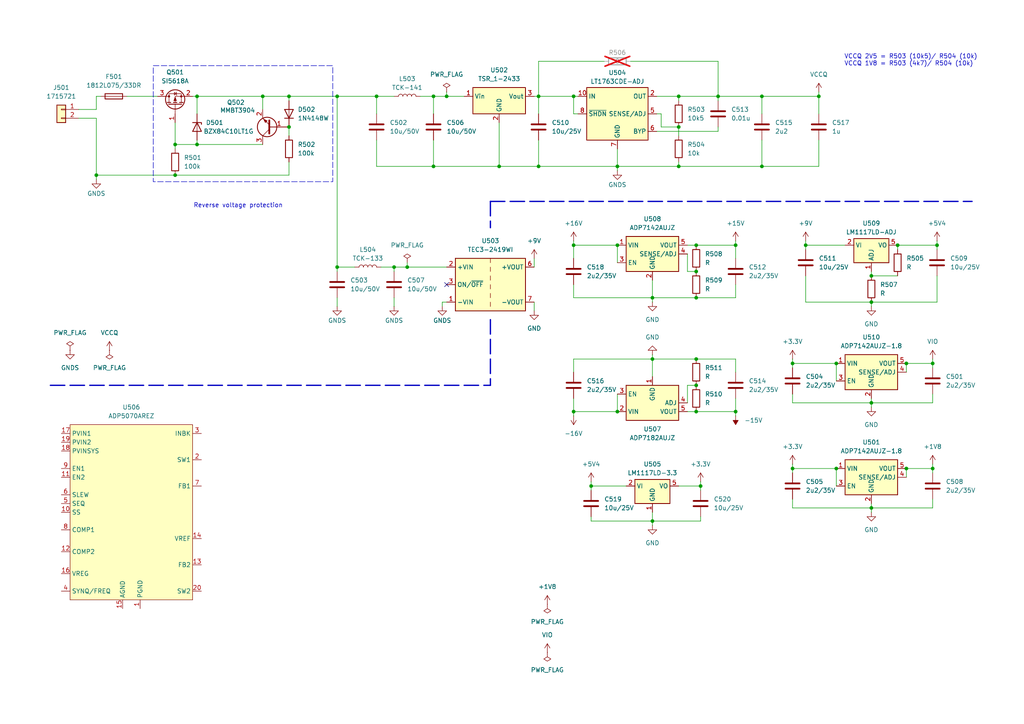
<source format=kicad_sch>
(kicad_sch (version 20231120) (generator "eeschema") (generator_version "8.0")
  (paper "A4")
  (lib_symbols
    (symbol "AD4030:+16V" (power) (pin_numbers hide) (pin_names (offset 0) hide)
      (property "Value" "+16V" (at 0 3.556 0))
      (symbol "+16V_1_1"
        (pin power_in line (at 0 0 90) (length 0) (name "~") (number "1"))
      )
    )
    (symbol "AD4030:+5V4" (power) (pin_numbers hide) (pin_names (offset 0) hide)
      (property "Value" "+5V4" (at 0 3.556 0))
      (symbol "+5V4_1_1"
        (pin power_in line (at 0 0 90) (length 0) (name "~") (number "1"))
      )
    )
    (symbol "AD4030:-16V" (power) (pin_numbers hide) (pin_names (offset 0) hide)
      (property "Value" "-16V" (at 0 3.556 0))
      (symbol "-16V_1_1"
        (pin power_in line (at 0 0 90) (length 0) (name "~") (number "1"))
      )
    )
    (symbol "AD4030:ADP5070AREZ"
      (property "Reference" "U" (at -17.272 26.416 0))
      (property "Value" "ADP5070AREZ" (at 11.176 26.924 0))
      (symbol "ADP5070AREZ_0_0"
        (pin passive line (at 2.54 -27.94 90) (length 2.54) (name "PGND") (number "1"))
        (pin passive line (at -20.32 0 0) (length 2.54) (name "SS") (number "10"))
        (pin passive line (at -20.32 10.16 0) (length 2.54) (name "EN2") (number "11"))
        (pin passive line (at -20.32 -11.43 0) (length 2.54) (name "COMP2") (number "12"))
        (pin passive line (at 20.32 -15.24 180) (length 2.54) (name "FB2") (number "13"))
        (pin passive line (at 20.32 -7.62 180) (length 2.54) (name "VREF") (number "14"))
        (pin passive line (at -2.54 -27.94 90) (length 2.54) (name "AGND") (number "15"))
        (pin passive line (at -20.32 -17.78 0) (length 2.54) (name "VREG") (number "16"))
        (pin passive line (at -20.32 22.86 0) (length 2.54) (name "PVIN1") (number "17"))
        (pin passive line (at -20.32 17.78 0) (length 2.54) (name "PVINSYS") (number "18"))
        (pin passive line (at -20.32 20.32 0) (length 2.54) (name "PVIN2") (number "19"))
        (pin passive line (at 20.32 15.24 180) (length 2.54) (name "SW1") (number "2"))
        (pin passive line (at 20.32 -22.86 180) (length 2.54) (name "SW2") (number "20"))
        (pin passive line (at 20.32 22.86 180) (length 2.54) (name "INBK") (number "3"))
        (pin passive line (at -20.32 -22.86 0) (length 2.54) (name "SYNQ/FREQ") (number "4"))
        (pin passive line (at -20.32 2.54 0) (length 2.54) (name "SEQ") (number "5"))
        (pin passive line (at -20.32 5.08 0) (length 2.54) (name "SLEW") (number "6"))
        (pin passive line (at 20.32 7.62 180) (length 2.54) (name "FB1") (number "7"))
        (pin passive line (at -20.32 -5.08 0) (length 2.54) (name "COMP1") (number "8"))
        (pin passive line (at -20.32 12.7 0) (length 2.54) (name "EN1") (number "9"))
      )
      (symbol "ADP5070AREZ_1_0"
        (pin passive line (at -2.54 -27.94 90) (length 2.54) hide (name "EP") (number "21"))
      )
    )
    (symbol "AD4030:LT1763xDE"
      (property "Reference" "U" (at -7.62 8.89 0))
      (property "Value" "LT1763xDE" (at -3.556 8.89 0))
      (symbol "LT1763xDE_0_0"
        (pin passive line (at -11.43 5.08 0) (length 2.54) (name "IN") (number "10"))
        (pin passive line (at 11.43 5.08 180) (length 2.54) (name "OUT") (number "2"))
        (pin passive line (at 11.43 -5.08 180) (length 2.54) (name "BYP") (number "6"))
        (pin passive line (at 0 -10.16 90) (length 2.54) (name "GND") (number "7"))
        (pin passive line (at -11.43 0 0) (length 2.54) (name "~{SHDN}") (number "8"))
      )
      (symbol "LT1763xDE_1_0"
        (pin no_connect line (at 5.08 -7.62 90) (length 2.54) hide (name "NC") (number "1"))
        (pin passive line (at -11.43 5.08 0) (length 2.54) hide (name "IN") (number "11"))
        (pin no_connect line (at -2.54 -7.62 90) (length 2.54) hide (name "NC") (number "12"))
        (pin passive line (at 0 -10.16 90) (length 2.54) hide (name "GND") (number "13"))
        (pin passive line (at 11.43 5.08 180) (length 2.54) hide (name "OUT") (number "3"))
        (pin no_connect line (at -6.35 -7.62 90) (length 2.54) hide (name "NC") (number "4"))
        (pin passive line (at 11.43 0 180) (length 2.54) (name "SENSE/ADJ") (number "5"))
        (pin no_connect line (at 2.54 -7.62 90) (length 2.54) hide (name "NC") (number "9"))
      )
    )
    (symbol "AD4030:VIO" (power) (pin_numbers hide) (pin_names (offset 0) hide)
      (property "Value" "VIO" (at 0 3.556 0))
      (symbol "VIO_1_1"
        (pin power_in line (at 0 0 90) (length 0) (name "~") (number "1"))
      )
    )
    (symbol "Connector_Generic:Conn_01x02" (pin_names (offset 1.016) hide)
      (property "Reference" "J" (at 0 2.54 0))
      (property "Value" "Conn_01x02" (at 0 -5.08 0))
      (symbol "Conn_01x02_1_1"
        (pin passive line (at -5.08 0 0) (length 3.81) (name "Pin_1") (number "1"))
        (pin passive line (at -5.08 -2.54 0) (length 3.81) (name "Pin_2") (number "2"))
      )
    )
    (symbol "Converter_DCDC:TEC2-2419WI"
      (property "Reference" "U" (at -8.89 8.89 0))
      (property "Value" "TEC2-2419WI" (at 10.16 8.89 0))
      (symbol "TEC2-2419WI_1_1"
        (pin power_in line (at -12.7 -5.08 0) (length 2.54) (name "-VIN") (number "1"))
        (pin power_in line (at -12.7 5.08 0) (length 2.54) (name "+VIN") (number "2"))
        (pin input line (at -12.7 0 0) (length 2.54) (name "ON/~{OFF}") (number "3"))
        (pin no_connect line (at 10.16 2.54 180) (length 2.54) hide (name "NC") (number "5"))
        (pin power_out line (at 12.7 5.08 180) (length 2.54) (name "+VOUT") (number "6"))
        (pin power_out line (at 12.7 -5.08 180) (length 2.54) (name "-VOUT") (number "7"))
        (pin no_connect line (at 10.16 0 180) (length 2.54) hide (name "NC") (number "8"))
      )
    )
    (symbol "Device:C" (pin_numbers hide) (pin_names (offset 0.254))
      (property "Reference" "C" (at 0.635 2.54 0))
      (property "Value" "C" (at 0.635 -2.54 0))
      (symbol "C_1_1"
        (pin passive line (at 0 3.81 270) (length 2.794) (name "~") (number "1"))
        (pin passive line (at 0 -3.81 90) (length 2.794) (name "~") (number "2"))
      )
    )
    (symbol "Device:Fuse" (pin_numbers hide) (pin_names (offset 0))
      (property "Reference" "F" (at 2.032 0 90))
      (property "Value" "Fuse" (at -1.905 0 90))
      (symbol "Fuse_1_1"
        (pin passive line (at 0 3.81 270) (length 1.27) (name "~") (number "1"))
        (pin passive line (at 0 -3.81 90) (length 1.27) (name "~") (number "2"))
      )
    )
    (symbol "Device:L" (pin_numbers hide) (pin_names (offset 1.016) hide)
      (property "Reference" "L" (at -1.27 0 90))
      (property "Value" "L" (at 1.905 0 90))
      (symbol "L_1_1"
        (pin passive line (at 0 3.81 270) (length 1.27) (name "1") (number "1"))
        (pin passive line (at 0 -3.81 90) (length 1.27) (name "2") (number "2"))
      )
    )
    (symbol "Device:Q_PMOS_GSD" (pin_names (offset 0) hide)
      (property "Reference" "Q" (at 5.08 1.27 0))
      (property "Value" "Q_PMOS_GSD" (at 5.08 -1.27 0))
      (symbol "Q_PMOS_GSD_1_1"
        (pin input line (at -5.08 0 0) (length 2.54) (name "G") (number "1"))
        (pin passive line (at 2.54 -5.08 90) (length 2.54) (name "S") (number "2"))
        (pin passive line (at 2.54 5.08 270) (length 2.54) (name "D") (number "3"))
      )
    )
    (symbol "Device:R" (pin_numbers hide) (pin_names (offset 0))
      (property "Reference" "R" (at 2.032 0 90))
      (property "Value" "R" (at 0 0 90))
      (symbol "R_1_1"
        (pin passive line (at 0 3.81 270) (length 1.27) (name "~") (number "1"))
        (pin passive line (at 0 -3.81 90) (length 1.27) (name "~") (number "2"))
      )
    )
    (symbol "Diode:1N4148W" (pin_numbers hide) (pin_names hide)
      (property "Reference" "D" (at 0 2.54 0))
      (property "Value" "1N4148W" (at 0 -2.54 0))
      (symbol "1N4148W_1_1"
        (pin passive line (at -3.81 0 0) (length 2.54) (name "K") (number "1"))
        (pin passive line (at 3.81 0 180) (length 2.54) (name "A") (number "2"))
      )
    )
    (symbol "Diode:BZX84Cxx" (pin_numbers hide) (pin_names hide)
      (property "Reference" "D" (at 0 3.81 0))
      (property "Value" "BZX84Cxx" (at 0 -3.81 0))
      (symbol "BZX84Cxx_1_1"
        (pin passive line (at 3.81 0 180) (length 2.54) (name "A") (number "1"))
        (pin no_connect line (at 1.27 0 180) (length 2.54) hide (name "NC") (number "2"))
        (pin passive line (at -3.81 0 0) (length 2.54) (name "K") (number "3"))
      )
    )
    (symbol "Regulator_Linear:ADP7142AUJZ"
      (property "Reference" "U" (at 0 8.89 0))
      (property "Value" "ADP7142AUJZ" (at 0 6.35 0))
      (symbol "ADP7142AUJZ_1_1"
        (pin power_in line (at -10.16 2.54 0) (length 2.54) (name "VIN") (number "1"))
        (pin power_in line (at 0 -7.62 90) (length 2.54) (name "GND") (number "2"))
        (pin input line (at -10.16 -2.54 0) (length 2.54) (name "EN") (number "3"))
        (pin input line (at 10.16 0 180) (length 2.54) (name "SENSE/ADJ") (number "4"))
        (pin power_out line (at 10.16 2.54 180) (length 2.54) (name "VOUT") (number "5"))
      )
    )
    (symbol "Regulator_Linear:ADP7142AUJZ-1.8"
      (property "Reference" "U" (at 0 8.89 0))
      (property "Value" "ADP7142AUJZ-1.8" (at 0 6.35 0))
      (symbol "ADP7142AUJZ-1.8_1_1"
        (pin power_in line (at -10.16 2.54 0) (length 2.54) (name "VIN") (number "1"))
        (pin power_in line (at 0 -7.62 90) (length 2.54) (name "GND") (number "2"))
        (pin input line (at -10.16 -2.54 0) (length 2.54) (name "EN") (number "3"))
        (pin input line (at 10.16 0 180) (length 2.54) (name "SENSE/ADJ") (number "4"))
        (pin power_out line (at 10.16 2.54 180) (length 2.54) (name "VOUT") (number "5"))
      )
    )
    (symbol "Regulator_Linear:ADP7182AUJZ"
      (property "Reference" "U" (at 0 -7.62 0))
      (property "Value" "ADP7182AUJZ" (at 0 -6.35 0))
      (symbol "ADP7182AUJZ_1_1"
        (pin power_in line (at 0 7.62 270) (length 2.54) (name "GND") (number "1"))
        (pin power_in line (at -10.16 -2.54 0) (length 2.54) (name "VIN") (number "2"))
        (pin input line (at -10.16 2.54 0) (length 2.54) (name "EN") (number "3"))
        (pin input line (at 10.16 0 180) (length 2.54) (name "ADJ") (number "4"))
        (pin power_out line (at 10.16 -2.54 180) (length 2.54) (name "VOUT") (number "5"))
      )
    )
    (symbol "Regulator_Linear:LM1117LD-3.3"
      (property "Reference" "U" (at -3.81 3.175 0))
      (property "Value" "LM1117LD-3.3" (at 0 3.175 0))
      (symbol "LM1117LD-3.3_1_1"
        (pin power_in line (at 0 -7.62 90) (length 2.54) (name "GND") (number "1"))
        (pin power_in line (at -7.62 0 0) (length 2.54) (name "VI") (number "2"))
        (pin passive line (at -7.62 0 0) (length 2.54) hide (name "VI") (number "3"))
        (pin passive line (at -7.62 0 0) (length 2.54) hide (name "VI") (number "4"))
        (pin power_out line (at 7.62 0 180) (length 2.54) (name "VO") (number "5"))
        (pin passive line (at 7.62 0 180) (length 2.54) hide (name "VO") (number "6"))
        (pin passive line (at 7.62 0 180) (length 2.54) hide (name "VO") (number "7"))
        (pin no_connect line (at 5.08 -2.54 180) (length 2.54) hide (name "NC") (number "8"))
        (pin passive line (at 7.62 0 180) (length 2.54) hide (name "VO") (number "9"))
      )
    )
    (symbol "Regulator_Linear:LM1117LD-ADJ"
      (property "Reference" "U" (at -3.81 3.175 0))
      (property "Value" "LM1117LD-ADJ" (at 0 3.175 0))
      (symbol "LM1117LD-ADJ_1_1"
        (pin input line (at 0 -7.62 90) (length 2.54) (name "ADJ") (number "1"))
        (pin power_in line (at -7.62 0 0) (length 2.54) (name "VI") (number "2"))
        (pin passive line (at -7.62 0 0) (length 2.54) hide (name "VI") (number "3"))
        (pin passive line (at -7.62 0 0) (length 2.54) hide (name "VI") (number "4"))
        (pin power_out line (at 7.62 0 180) (length 2.54) (name "VO") (number "5"))
        (pin passive line (at 7.62 0 180) (length 2.54) hide (name "VO") (number "6"))
        (pin passive line (at 7.62 0 180) (length 2.54) hide (name "VO") (number "7"))
        (pin no_connect line (at 5.08 -2.54 180) (length 2.54) hide (name "NC") (number "8"))
        (pin passive line (at 7.62 0 180) (length 2.54) hide (name "VO") (number "9"))
      )
    )
    (symbol "Regulator_Switching:TSR_1-2433"
      (property "Reference" "U" (at -7.62 6.35 0))
      (property "Value" "TSR_1-2433" (at -1.27 6.35 0))
      (symbol "TSR_1-2433_1_1"
        (pin power_in line (at -10.16 2.54 0) (length 2.54) (name "Vin") (number "1"))
        (pin power_in line (at 0 -5.08 90) (length 2.54) (name "GND") (number "2"))
        (pin power_out line (at 10.16 2.54 180) (length 2.54) (name "Vout") (number "3"))
      )
    )
    (symbol "Transistor_BJT:MMBT3904" (pin_names (offset 0) hide)
      (property "Reference" "Q" (at 5.08 1.905 0))
      (property "Value" "MMBT3904" (at 5.08 0 0))
      (symbol "MMBT3904_1_1"
        (pin input line (at -5.08 0 0) (length 5.715) (name "B") (number "1"))
        (pin passive line (at 2.54 -5.08 90) (length 2.54) (name "E") (number "2"))
        (pin passive line (at 2.54 5.08 270) (length 2.54) (name "C") (number "3"))
      )
    )
    (symbol "power:+15V" (power) (pin_numbers hide) (pin_names (offset 0) hide)
      (property "Value" "+15V" (at 0 3.556 0))
      (symbol "+15V_1_1"
        (pin power_in line (at 0 0 90) (length 0) (name "~") (number "1"))
      )
    )
    (symbol "power:+1V8" (power) (pin_numbers hide) (pin_names (offset 0) hide)
      (property "Value" "+1V8" (at 0 3.556 0))
      (symbol "+1V8_1_1"
        (pin power_in line (at 0 0 90) (length 0) (name "~") (number "1"))
      )
    )
    (symbol "power:+3.3V" (power) (pin_numbers hide) (pin_names (offset 0) hide)
      (property "Value" "+3.3V" (at 0 3.556 0))
      (symbol "+3.3V_1_1"
        (pin power_in line (at 0 0 90) (length 0) (name "~") (number "1"))
      )
    )
    (symbol "power:+9V" (power) (pin_numbers hide) (pin_names (offset 0) hide)
      (property "Value" "+9V" (at 0 3.556 0))
      (symbol "+9V_1_1"
        (pin power_in line (at 0 0 90) (length 0) (name "~") (number "1"))
      )
    )
    (symbol "power:-15V" (power) (pin_numbers hide) (pin_names (offset 0) hide)
      (property "Value" "-15V" (at 0 3.556 0))
      (symbol "-15V_0_0"
        (pin power_in line (at 0 0 90) (length 0) (name "~") (number "1"))
      )
    )
    (symbol "power:GND" (power) (pin_numbers hide) (pin_names (offset 0) hide)
      (property "Value" "GND" (at 0 -3.81 0))
      (symbol "GND_1_1"
        (pin power_in line (at 0 0 270) (length 0) (name "~") (number "1"))
      )
    )
    (symbol "power:GNDS" (power) (pin_numbers hide) (pin_names (offset 0) hide)
      (property "Value" "GNDS" (at 0 -3.81 0))
      (symbol "GNDS_1_1"
        (pin power_in line (at 0 0 270) (length 0) (name "~") (number "1"))
      )
    )
    (symbol "power:PWR_FLAG" (power) (pin_numbers hide) (pin_names (offset 0) hide)
      (property "Value" "PWR_FLAG" (at 0 3.81 0))
      (symbol "PWR_FLAG_0_0"
        (pin power_out line (at 0 0 90) (length 0) (name "~") (number "1"))
      )
    )
    (symbol "power:VCCQ" (power) (pin_numbers hide) (pin_names (offset 0) hide)
      (property "Value" "VCCQ" (at 0 3.556 0))
      (symbol "VCCQ_1_1"
        (pin power_in line (at 0 0 90) (length 0) (name "~") (number "1"))
      )
    )
  )
  (junction (at 201.93 78.74))
  (junction (at 156.21 27.94))
  (junction (at 213.36 71.12))
  (junction (at 196.85 36.83))
  (junction (at 242.57 135.89))
  (junction (at 201.93 86.36))
  (junction (at 213.36 119.38))
  (junction (at 76.2 27.94))
  (junction (at 83.82 36.83))
  (junction (at 262.89 105.41))
  (junction (at 171.45 140.97))
  (junction (at 252.73 147.32))
  (junction (at 166.37 71.12))
  (junction (at 196.85 48.26))
  (junction (at 229.87 105.41))
  (junction (at 97.79 77.47))
  (junction (at 179.07 71.12))
  (junction (at 179.07 119.38))
  (junction (at 166.37 119.38))
  (junction (at 109.22 27.94))
  (junction (at 201.93 104.14))
  (junction (at 57.15 27.94))
  (junction (at 271.78 71.12))
  (junction (at 252.73 80.01))
  (junction (at 27.94 50.8))
  (junction (at 118.11 77.47))
  (junction (at 270.51 135.89))
  (junction (at 166.37 27.94))
  (junction (at 242.57 105.41))
  (junction (at 201.93 71.12))
  (junction (at 220.98 48.26))
  (junction (at 220.98 27.94))
  (junction (at 270.51 105.41))
  (junction (at 50.8 41.91))
  (junction (at 208.28 27.94))
  (junction (at 189.23 104.14))
  (junction (at 179.07 48.26))
  (junction (at 189.23 86.36))
  (junction (at 114.3 77.47))
  (junction (at 233.68 71.12))
  (junction (at 260.35 71.12))
  (junction (at 252.73 116.84))
  (junction (at 203.2 140.97))
  (junction (at 83.82 27.94))
  (junction (at 156.21 48.26))
  (junction (at 125.73 48.26))
  (junction (at 125.73 27.94))
  (junction (at 97.79 27.94))
  (junction (at 196.85 27.94))
  (junction (at 229.87 135.89))
  (junction (at 237.49 27.94))
  (junction (at 201.93 111.76))
  (junction (at 262.89 135.89))
  (junction (at 252.73 87.63))
  (junction (at 50.8 50.8))
  (junction (at 201.93 119.38))
  (junction (at 144.78 48.26))
  (junction (at 189.23 151.13))
  (junction (at 57.15 41.91))
  (junction (at 129.54 27.94))
  (no_connect (at 129.54 82.55))
  (wire (pts (xy 271.78 69.85) (xy 271.78 71.12)))
  (wire (pts (xy 237.49 40.64) (xy 237.49 48.26)))
  (wire (pts (xy 156.21 27.94) (xy 154.94 27.94)))
  (wire (pts (xy 76.2 27.94) (xy 76.2 31.75)))
  (wire (pts (xy 129.54 26.67) (xy 129.54 27.94)))
  (wire (pts (xy 189.23 151.13) (xy 171.45 151.13)))
  (wire (pts (xy 229.87 116.84) (xy 252.73 116.84)))
  (wire (pts (xy 166.37 104.14) (xy 189.23 104.14)))
  (wire (pts (xy 166.37 33.02) (xy 167.64 33.02)))
  (wire (pts (xy 229.87 106.68) (xy 229.87 105.41)))
  (wire (pts (xy 97.79 88.9) (xy 97.79 86.36)))
  (wire (pts (xy 199.39 111.76) (xy 201.93 111.76)))
  (wire (pts (xy 196.85 36.83) (xy 196.85 39.37)))
  (wire (pts (xy 175.26 17.78) (xy 156.21 17.78)))
  (wire (pts (xy 182.88 17.78) (xy 208.28 17.78)))
  (wire (pts (xy 229.87 104.14) (xy 229.87 105.41)))
  (polyline (pts (xy 142.24 58.42) (xy 281.94 58.42)) (stroke (width 0.381) (type dash)))
  (wire (pts (xy 179.07 48.26) (xy 156.21 48.26)))
  (wire (pts (xy 237.49 26.67) (xy 237.49 27.94)))
  (wire (pts (xy 83.82 27.94) (xy 83.82 29.21)))
  (polyline (pts (xy 142.24 92.71) (xy 142.24 111.76)) (stroke (width 0.381) (type dash)))
  (wire (pts (xy 27.94 50.8) (xy 27.94 52.07)))
  (wire (pts (xy 114.3 77.47) (xy 110.49 77.47)))
  (wire (pts (xy 229.87 135.89) (xy 229.87 137.16)))
  (wire (pts (xy 191.77 36.83) (xy 196.85 36.83)))
  (wire (pts (xy 262.89 105.41) (xy 270.51 105.41)))
  (wire (pts (xy 171.45 151.13) (xy 171.45 149.86)))
  (wire (pts (xy 27.94 34.29) (xy 27.94 50.8)))
  (wire (pts (xy 196.85 48.26) (xy 179.07 48.26)))
  (wire (pts (xy 262.89 135.89) (xy 270.51 135.89)))
  (wire (pts (xy 156.21 33.02) (xy 156.21 27.94)))
  (wire (pts (xy 118.11 76.2) (xy 118.11 77.47)))
  (wire (pts (xy 76.2 27.94) (xy 83.82 27.94)))
  (wire (pts (xy 57.15 27.94) (xy 76.2 27.94)))
  (wire (pts (xy 229.87 114.3) (xy 229.87 116.84)))
  (wire (pts (xy 190.5 33.02) (xy 191.77 33.02)))
  (wire (pts (xy 114.3 27.94) (xy 109.22 27.94)))
  (wire (pts (xy 229.87 147.32) (xy 252.73 147.32)))
  (wire (pts (xy 189.23 102.87) (xy 189.23 104.14)))
  (wire (pts (xy 114.3 77.47) (xy 118.11 77.47)))
  (wire (pts (xy 271.78 72.39) (xy 271.78 71.12)))
  (wire (pts (xy 83.82 36.83) (xy 83.82 39.37)))
  (wire (pts (xy 262.89 135.89) (xy 262.89 138.43)))
  (wire (pts (xy 270.51 116.84) (xy 270.51 114.3)))
  (wire (pts (xy 233.68 71.12) (xy 233.68 72.39)))
  (wire (pts (xy 179.07 114.3) (xy 179.07 119.38)))
  (wire (pts (xy 166.37 27.94) (xy 167.64 27.94)))
  (wire (pts (xy 144.78 48.26) (xy 125.73 48.26)))
  (wire (pts (xy 252.73 116.84) (xy 252.73 118.11)))
  (wire (pts (xy 22.86 31.75) (xy 27.94 31.75)))
  (wire (pts (xy 237.49 27.94) (xy 237.49 33.02)))
  (wire (pts (xy 83.82 46.99) (xy 83.82 50.8)))
  (wire (pts (xy 109.22 48.26) (xy 109.22 40.64)))
  (wire (pts (xy 199.39 78.74) (xy 201.93 78.74)))
  (wire (pts (xy 144.78 35.56) (xy 144.78 48.26)))
  (wire (pts (xy 270.51 104.14) (xy 270.51 105.41)))
  (wire (pts (xy 128.27 88.9) (xy 128.27 87.63)))
  (wire (pts (xy 270.51 105.41) (xy 270.51 106.68)))
  (wire (pts (xy 129.54 27.94) (xy 134.62 27.94)))
  (wire (pts (xy 125.73 27.94) (xy 125.73 33.02)))
  (wire (pts (xy 50.8 50.8) (xy 83.82 50.8)))
  (wire (pts (xy 144.78 48.26) (xy 156.21 48.26)))
  (wire (pts (xy 229.87 144.78) (xy 229.87 147.32)))
  (wire (pts (xy 196.85 27.94) (xy 208.28 27.94)))
  (wire (pts (xy 179.07 43.18) (xy 179.07 48.26)))
  (wire (pts (xy 260.35 72.39) (xy 260.35 71.12)))
  (wire (pts (xy 270.51 135.89) (xy 270.51 137.16)))
  (wire (pts (xy 166.37 86.36) (xy 189.23 86.36)))
  (wire (pts (xy 166.37 115.57) (xy 166.37 119.38)))
  (wire (pts (xy 201.93 104.14) (xy 189.23 104.14)))
  (wire (pts (xy 252.73 87.63) (xy 252.73 88.9)))
  (wire (pts (xy 252.73 146.05) (xy 252.73 147.32)))
  (wire (pts (xy 57.15 27.94) (xy 57.15 33.02)))
  (wire (pts (xy 220.98 40.64) (xy 220.98 48.26)))
  (wire (pts (xy 171.45 139.7) (xy 171.45 140.97)))
  (wire (pts (xy 128.27 87.63) (xy 129.54 87.63)))
  (wire (pts (xy 114.3 88.9) (xy 114.3 86.36)))
  (wire (pts (xy 199.39 119.38) (xy 201.93 119.38)))
  (wire (pts (xy 196.85 46.99) (xy 196.85 48.26)))
  (wire (pts (xy 189.23 104.14) (xy 189.23 109.22)))
  (wire (pts (xy 189.23 148.59) (xy 189.23 151.13)))
  (wire (pts (xy 102.87 77.47) (xy 97.79 77.47)))
  (wire (pts (xy 252.73 116.84) (xy 270.51 116.84)))
  (wire (pts (xy 252.73 87.63) (xy 233.68 87.63)))
  (wire (pts (xy 201.93 119.38) (xy 213.36 119.38)))
  (wire (pts (xy 252.73 147.32) (xy 252.73 148.59)))
  (wire (pts (xy 199.39 73.66) (xy 199.39 78.74)))
  (wire (pts (xy 252.73 147.32) (xy 270.51 147.32)))
  (wire (pts (xy 189.23 151.13) (xy 189.23 152.4)))
  (wire (pts (xy 189.23 151.13) (xy 203.2 151.13)))
  (wire (pts (xy 199.39 116.84) (xy 199.39 111.76)))
  (wire (pts (xy 220.98 33.02) (xy 220.98 27.94)))
  (wire (pts (xy 213.36 107.95) (xy 213.36 104.14)))
  (wire (pts (xy 233.68 69.85) (xy 233.68 71.12)))
  (wire (pts (xy 213.36 74.93) (xy 213.36 71.12)))
  (wire (pts (xy 114.3 77.47) (xy 114.3 78.74)))
  (wire (pts (xy 171.45 140.97) (xy 171.45 142.24)))
  (wire (pts (xy 57.15 41.91) (xy 76.2 41.91)))
  (wire (pts (xy 229.87 105.41) (xy 242.57 105.41)))
  (wire (pts (xy 125.73 48.26) (xy 109.22 48.26)))
  (wire (pts (xy 190.5 38.1) (xy 208.28 38.1)))
  (wire (pts (xy 237.49 27.94) (xy 220.98 27.94)))
  (wire (pts (xy 27.94 31.75) (xy 27.94 27.94)))
  (wire (pts (xy 190.5 27.94) (xy 196.85 27.94)))
  (wire (pts (xy 213.36 82.55) (xy 213.36 86.36)))
  (wire (pts (xy 125.73 40.64) (xy 125.73 48.26)))
  (wire (pts (xy 208.28 29.21) (xy 208.28 27.94)))
  (wire (pts (xy 97.79 27.94) (xy 109.22 27.94)))
  (wire (pts (xy 189.23 86.36) (xy 189.23 81.28)))
  (wire (pts (xy 252.73 87.63) (xy 271.78 87.63)))
  (wire (pts (xy 203.2 142.24) (xy 203.2 140.97)))
  (wire (pts (xy 154.94 90.17) (xy 154.94 87.63)))
  (wire (pts (xy 252.73 115.57) (xy 252.73 116.84)))
  (wire (pts (xy 208.28 36.83) (xy 208.28 38.1)))
  (wire (pts (xy 270.51 147.32) (xy 270.51 144.78)))
  (wire (pts (xy 166.37 119.38) (xy 179.07 119.38)))
  (wire (pts (xy 220.98 48.26) (xy 237.49 48.26)))
  (wire (pts (xy 121.92 27.94) (xy 125.73 27.94)))
  (wire (pts (xy 260.35 71.12) (xy 271.78 71.12)))
  (wire (pts (xy 50.8 41.91) (xy 50.8 43.18)))
  (wire (pts (xy 166.37 71.12) (xy 179.07 71.12)))
  (wire (pts (xy 166.37 69.85) (xy 166.37 71.12)))
  (wire (pts (xy 252.73 78.74) (xy 252.73 80.01)))
  (wire (pts (xy 196.85 140.97) (xy 203.2 140.97)))
  (wire (pts (xy 83.82 27.94) (xy 97.79 27.94)))
  (wire (pts (xy 166.37 74.93) (xy 166.37 71.12)))
  (wire (pts (xy 213.36 119.38) (xy 213.36 120.65)))
  (wire (pts (xy 213.36 69.85) (xy 213.36 71.12)))
  (wire (pts (xy 166.37 119.38) (xy 166.37 120.65)))
  (wire (pts (xy 196.85 48.26) (xy 220.98 48.26)))
  (wire (pts (xy 154.94 74.93) (xy 154.94 77.47)))
  (wire (pts (xy 171.45 140.97) (xy 181.61 140.97)))
  (wire (pts (xy 189.23 86.36) (xy 201.93 86.36)))
  (wire (pts (xy 166.37 82.55) (xy 166.37 86.36)))
  (wire (pts (xy 156.21 40.64) (xy 156.21 48.26)))
  (wire (pts (xy 213.36 115.57) (xy 213.36 119.38)))
  (wire (pts (xy 27.94 34.29) (xy 22.86 34.29)))
  (wire (pts (xy 242.57 105.41) (xy 242.57 110.49)))
  (wire (pts (xy 208.28 17.78) (xy 208.28 27.94)))
  (wire (pts (xy 57.15 40.64) (xy 57.15 41.91)))
  (wire (pts (xy 179.07 76.2) (xy 179.07 71.12)))
  (wire (pts (xy 199.39 71.12) (xy 201.93 71.12)))
  (wire (pts (xy 196.85 29.21) (xy 196.85 27.94)))
  (wire (pts (xy 213.36 104.14) (xy 201.93 104.14)))
  (wire (pts (xy 97.79 27.94) (xy 97.79 77.47)))
  (wire (pts (xy 191.77 33.02) (xy 191.77 36.83)))
  (wire (pts (xy 36.83 27.94) (xy 45.72 27.94)))
  (wire (pts (xy 242.57 135.89) (xy 242.57 140.97)))
  (wire (pts (xy 203.2 151.13) (xy 203.2 149.86)))
  (polyline (pts (xy 142.24 58.42) (xy 142.24 66.04)) (stroke (width 0.381) (type dash)))
  (wire (pts (xy 233.68 87.63) (xy 233.68 80.01)))
  (wire (pts (xy 189.23 86.36) (xy 189.23 87.63)))
  (wire (pts (xy 125.73 27.94) (xy 129.54 27.94)))
  (wire (pts (xy 118.11 77.47) (xy 129.54 77.47)))
  (wire (pts (xy 50.8 35.56) (xy 50.8 41.91)))
  (wire (pts (xy 203.2 139.7) (xy 203.2 140.97)))
  (wire (pts (xy 97.79 77.47) (xy 97.79 78.74)))
  (wire (pts (xy 229.87 135.89) (xy 242.57 135.89)))
  (wire (pts (xy 57.15 41.91) (xy 50.8 41.91)))
  (wire (pts (xy 166.37 107.95) (xy 166.37 104.14)))
  (wire (pts (xy 270.51 134.62) (xy 270.51 135.89)))
  (wire (pts (xy 156.21 27.94) (xy 166.37 27.94)))
  (wire (pts (xy 271.78 87.63) (xy 271.78 80.01)))
  (wire (pts (xy 220.98 27.94) (xy 208.28 27.94)))
  (wire (pts (xy 233.68 71.12) (xy 245.11 71.12)))
  (wire (pts (xy 109.22 27.94) (xy 109.22 33.02)))
  (wire (pts (xy 229.87 134.62) (xy 229.87 135.89)))
  (wire (pts (xy 55.88 27.94) (xy 57.15 27.94)))
  (wire (pts (xy 179.07 48.26) (xy 179.07 49.53)))
  (wire (pts (xy 201.93 71.12) (xy 213.36 71.12)))
  (wire (pts (xy 262.89 105.41) (xy 262.89 107.95)))
  (wire (pts (xy 213.36 86.36) (xy 201.93 86.36)))
  (wire (pts (xy 27.94 50.8) (xy 50.8 50.8)))
  (wire (pts (xy 252.73 80.01) (xy 260.35 80.01)))
  (wire (pts (xy 27.94 27.94) (xy 29.21 27.94)))
  (wire (pts (xy 156.21 17.78) (xy 156.21 27.94)))
  (polyline (pts (xy 14.605 111.76) (xy 142.24 111.76)) (stroke (width 0.381) (type dash)))
  (wire (pts (xy 166.37 27.94) (xy 166.37 33.02)))
  (rectangle (start 44.45 19.05) (end 96.52 52.705) (stroke (width 0) (type dash)))
  (text "Reverse voltage protection" (at 69.088 59.69 0) (effects (font (size 1.27 1.27))))
  (text "VCCQ 2V5 = R503 (10k5)/ R504 (10k)\nVCCQ 1V8 = R503 (4k7)/ R504 (10k)" (at 244.856 17.526 0) (effects (font (size 1.27 1.27)) (justify left)))
  (symbol (lib_id "power:+9V") (at 154.94 74.93 0) (unit 1)
    (property "Reference" "#PWR0516" (effects (hide yes)))
    (property "Value" "+9V" (at 154.94 69.85 0))
    (property "Description" "Power symbol creates a global label with name \"+9V\"" (effects (hide yes)))
  )
  (symbol (lib_id "power:+1V8") (at 270.51 134.62 0) (unit 1)
    (property "Reference" "#PWR0503" (effects (hide yes)))
    (property "Value" "+1V8" (at 270.51 129.54 0))
    (property "Description" "Power symbol creates a global label with name \"+1V8\"" (effects (hide yes)))
  )
  (symbol (lib_id "Device:C") (at 97.79 82.55 0) (unit 1)
    (property "Reference" "C503" (at 101.6 81.2799 0) (effects (justify left)))
    (property "Value" "10u/50V" (at 101.6 83.8199 0) (effects (justify left)))
    (property "Footprint" "Capacitor_SMD:C_1210_3225Metric_Pad1.33x2.70mm_HandSolder" (effects (hide yes)))
    (property "Description" "Unpolarized capacitor" (effects (hide yes)))
  )
  (symbol (lib_id "power:-15V") (at 213.36 120.65 180) (unit 1)
    (property "Reference" "#PWR0507" (effects (hide yes)))
    (property "Value" "-15V" (at 215.9 121.9199 0) (effects (justify right)))
    (property "Description" "Power symbol creates a global label with name \"-15V\"" (effects (hide yes)))
  )
  (symbol (lib_id "Regulator_Switching:TSR_1-2433") (at 144.78 30.48 0) (unit 1)
    (property "Reference" "U502" (at 144.78 20.32 0))
    (property "Value" "TSR_1-2433" (at 144.78 22.86 0))
    (property "Footprint" "Converter_DCDC:Converter_DCDC_TRACO_TSR-1_THT" (effects (hide yes)))
    (property "Datasheet" "http://www.tracopower.com/products/tsr1.pdf" (effects (hide yes)))
    (property "Description" "1A step-down regulator module, fixed 3.3V output voltage, 5-36V input voltage, -40°C to +85°C temperature range, TO-220 compatible LM78xx replacement" (effects (hide yes)))
  )
  (symbol (lib_id "AD4030:VIO") (at 270.51 104.14 0) (unit 1)
    (property "Reference" "#PWR0502" (effects (hide yes)))
    (property "Value" "VIO" (at 270.51 99.06 0))
    (property "Description" "Power symbol creates a global label with name \"VIO\"" (effects (hide yes)))
  )
  (symbol (lib_id "Device:C") (at 213.36 111.76 0) (unit 1)
    (property "Reference" "C514" (at 217.17 110.4899 0) (effects (justify left)))
    (property "Value" "2u2/35V" (at 217.17 113.0299 0) (effects (justify left)))
    (property "Footprint" "Capacitor_SMD:C_1206_3216Metric_Pad1.33x1.80mm_HandSolder" (effects (hide yes)))
    (property "Description" "Unpolarized capacitor" (effects (hide yes)))
  )
  (symbol (lib_id "Regulator_Linear:LM1117LD-ADJ") (at 252.73 71.12 0) (unit 1)
    (property "Reference" "U509" (at 252.73 64.77 0))
    (property "Value" "LM1117LD-ADJ" (at 252.73 67.31 0))
    (property "Footprint" "Package_SON:WSON-8-1EP_4x4mm_P0.8mm_EP2.2x3mm" (effects (hide yes)))
    (property "Datasheet" "http://www.ti.com/lit/ds/symlink/lm1117.pdf" (effects (hide yes)))
    (property "Description" "800mA Low-Dropout Linear Regulator, adjustable output, WSON-8" (effects (hide yes)))
  )
  (symbol (lib_id "power:GND") (at 189.23 152.4 0) (unit 1)
    (property "Reference" "#PWR0524" (effects (hide yes)))
    (property "Value" "GND" (at 189.23 157.48 0))
    (property "Description" "Power symbol creates a global label with name \"GND\" , ground" (effects (hide yes)))
  )
  (symbol (lib_id "Diode:1N4148W") (at 83.82 33.02 90) (unit 1)
    (property "Reference" "D502" (at 86.36 31.75 90) (effects (justify right)))
    (property "Value" "1N4148W" (at 86.36 34.29 90) (effects (justify right)))
    (property "Footprint" "Diode_SMD:D_SOD-123" (effects (hide yes)))
    (property "Datasheet" "https://www.vishay.com/docs/85748/1n4148w.pdf" (effects (hide yes)))
    (property "Sim.Device" "D" (effects (hide yes)))
    (property "Sim.Pins" "1=K 2=A" (effects (hide yes)))
  )
  (symbol (lib_id "Device:R") (at 179.07 17.78 90) (unit 1) (in_bom no) (dnp yes)
    (property "Reference" "R506" (at 179.07 15.24 90))
    (property "Value" "0" (at 179.07 17.78 90))
    (property "Footprint" "Resistor_SMD:R_0603_1608Metric_Pad0.98x0.95mm_HandSolder" (effects (hide yes)))
    (property "Description" "Resistor" (effects (hide yes)))
  )
  (symbol (lib_id "Converter_DCDC:TEC2-2419WI") (at 142.24 82.55 0) (unit 1)
    (property "Reference" "U503" (at 142.24 69.85 0))
    (property "Value" "TEC3-2419WI" (at 142.24 72.39 0))
    (property "Footprint" "Converter_DCDC:Converter_DCDC_TRACO_TMR-xxxx_THT" (effects (hide yes)))
    (property "Datasheet" "https://www.tracopower.com/products/tec2wi.pdf" (effects (hide yes)))
    (property "Description" "222mA Regulated 2W DC/DC converter with 1.5kV isolation, 9V-36V input, 9V fixed Output Voltage, SIP-8" (effects (hide yes)))
  )
  (symbol (lib_id "power:PWR_FLAG") (at 20.32 101.6 0) (unit 1)
    (property "Reference" "#FLG0502" (effects (hide yes)))
    (property "Value" "PWR_FLAG" (at 20.32 96.52 0))
    (property "Description" "Special symbol for telling ERC where power comes from" (effects (hide yes)))
  )
  (symbol (lib_id "Device:R") (at 201.93 82.55 0) (unit 1)
    (property "Reference" "R509" (at 204.47 81.2799 0) (effects (justify left)))
    (property "Value" "R" (at 204.47 83.8199 0) (effects (justify left)))
    (property "Footprint" "Resistor_SMD:R_0603_1608Metric_Pad0.98x0.95mm_HandSolder" (effects (hide yes)))
    (property "Description" "Resistor" (effects (hide yes)))
  )
  (symbol (lib_id "power:+1V8") (at 158.75 175.26 0) (unit 1)
    (property "Reference" "#PWR0534" (effects (hide yes)))
    (property "Value" "+1V8" (at 158.75 170.18 0))
    (property "Description" "Power symbol creates a global label with name \"+1V8\"" (effects (hide yes)))
  )
  (symbol (lib_id "Device:C") (at 220.98 36.83 0) (unit 1)
    (property "Reference" "C515" (at 224.79 35.5599 0) (effects (justify left)))
    (property "Value" "2u2" (at 224.79 38.0999 0) (effects (justify left)))
    (property "Footprint" "Capacitor_SMD:C_0805_2012Metric_Pad1.18x1.45mm_HandSolder" (effects (hide yes)))
    (property "Description" "Unpolarized capacitor" (effects (hide yes)))
  )
  (symbol (lib_id "AD4030:ADP5070AREZ") (at 38.1 148.59 0) (unit 1)
    (property "Reference" "U506" (at 38.1 118.11 0))
    (property "Value" "ADP5070AREZ" (at 38.1 120.65 0))
    (property "Footprint" "Package_SO:ETSSOP-20-1EP_4.4x6.5mm_P0.65mm_EP3x4.2mm" (effects (hide yes)))
    (property "Datasheet" "https://www.analog.com/media/en/technical-documentation/data-sheets/adp5070.pdf" (effects (hide yes)))
    (property "Description" "1 A/0.6 A, DC-to-DC Switching Regulator with Independent Positive and Negative Outputs" (effects (hide yes)))
  )
  (symbol (lib_id "Device:L") (at 118.11 27.94 90) (unit 1)
    (property "Reference" "L503" (at 118.11 22.86 90))
    (property "Value" "TCK-141" (at 118.11 25.4 90))
    (property "Footprint" "Inductor_SMD:L_TracoPower_TCK-141" (effects (hide yes)))
    (property "Description" "Inductor" (effects (hide yes)))
  )
  (symbol (lib_id "power:GNDS") (at 27.94 52.07 0) (unit 1)
    (property "Reference" "#PWR0531" (effects (hide yes)))
    (property "Value" "GNDS" (at 27.94 56.134 0))
    (property "Description" "Power symbol creates a global label with name \"GNDS\" , signal ground" (effects (hide yes)))
  )
  (symbol (lib_id "Device:C") (at 213.36 78.74 0) (unit 1)
    (property "Reference" "C512" (at 217.17 77.4699 0) (effects (justify left)))
    (property "Value" "2u2/35V" (at 217.17 80.0099 0) (effects (justify left)))
    (property "Footprint" "Capacitor_SMD:C_1206_3216Metric_Pad1.33x1.80mm_HandSolder" (effects (hide yes)))
    (property "Description" "Unpolarized capacitor" (effects (hide yes)))
  )
  (symbol (lib_id "Regulator_Linear:LM1117LD-3.3") (at 189.23 140.97 0) (unit 1)
    (property "Reference" "U505" (at 189.23 134.62 0))
    (property "Value" "LM1117LD-3.3" (at 189.23 137.16 0))
    (property "Footprint" "Package_SON:WSON-8-1EP_4x4mm_P0.8mm_EP2.2x3mm" (effects (hide yes)))
    (property "Datasheet" "http://www.ti.com/lit/ds/symlink/lm1117.pdf" (effects (hide yes)))
    (property "Description" "800mA Low-Dropout Linear Regulator, 3.3V fixed output, WSON-8" (effects (hide yes)))
  )
  (symbol (lib_id "Device:R") (at 252.73 83.82 0) (unit 1)
    (property "Reference" "R507" (at 255.27 82.5499 0) (effects (justify left)))
    (property "Value" "R" (at 255.27 85.0899 0) (effects (justify left)))
    (property "Footprint" "Resistor_SMD:R_0603_1608Metric_Pad0.98x0.95mm_HandSolder" (effects (hide yes)))
    (property "Description" "Resistor" (effects (hide yes)))
  )
  (symbol (lib_id "power:GNDS") (at 114.3 88.9 0) (unit 1)
    (property "Reference" "#PWR0510" (effects (hide yes)))
    (property "Value" "GNDS" (at 114.3 92.964 0))
    (property "Description" "Power symbol creates a global label with name \"GNDS\" , signal ground" (effects (hide yes)))
  )
  (symbol (lib_id "power:+3.3V") (at 229.87 134.62 0) (unit 1)
    (property "Reference" "#PWR0526" (effects (hide yes)))
    (property "Value" "+3.3V" (at 229.87 129.54 0))
    (property "Description" "Power symbol creates a global label with name \"+3.3V\"" (effects (hide yes)))
  )
  (symbol (lib_id "Device:R") (at 196.85 43.18 0) (unit 1)
    (property "Reference" "R504" (at 199.39 41.9099 0) (effects (justify left)))
    (property "Value" "10k" (at 199.39 44.4499 0) (effects (justify left)))
    (property "Footprint" "Resistor_SMD:R_0603_1608Metric_Pad0.98x0.95mm_HandSolder" (effects (hide yes)))
    (property "Description" "Resistor" (effects (hide yes)))
  )
  (symbol (lib_id "Device:C") (at 270.51 110.49 0) (unit 1)
    (property "Reference" "C501" (at 274.32 109.2199 0) (effects (justify left)))
    (property "Value" "2u2/35V" (at 274.32 111.7599 0) (effects (justify left)))
    (property "Footprint" "Capacitor_SMD:C_1206_3216Metric_Pad1.33x1.80mm_HandSolder" (effects (hide yes)))
    (property "Description" "Unpolarized capacitor" (effects (hide yes)))
  )
  (symbol (lib_id "power:PWR_FLAG") (at 31.75 101.6 180) (unit 1)
    (property "Reference" "#FLG0503" (effects (hide yes)))
    (property "Value" "PWR_FLAG" (at 31.75 106.68 0))
    (property "Description" "Special symbol for telling ERC where power comes from" (effects (hide yes)))
  )
  (symbol (lib_id "Regulator_Linear:ADP7142AUJZ") (at 189.23 73.66 0) (unit 1)
    (property "Reference" "U508" (at 189.23 63.5 0))
    (property "Value" "ADP7142AUJZ" (at 189.23 66.04 0))
    (property "Footprint" "Package_TO_SOT_SMD:TSOT-23-5" (effects (hide yes)))
    (property "Datasheet" "https://www.analog.com/media/en/technical-documentation/data-sheets/ADP7142.pdf" (effects (hide yes)))
    (property "Description" "200mA, Low Noise, CMOS Low Dropout Regulator, Positive, Adjustable, TSOT-23-5" (effects (hide yes)))
  )
  (symbol (lib_id "power:GND") (at 189.23 102.87 180) (unit 1)
    (property "Reference" "#PWR0520" (effects (hide yes)))
    (property "Value" "GND" (at 189.23 97.79 0))
    (property "Description" "Power symbol creates a global label with name \"GND\" , ground" (effects (hide yes)))
  )
  (symbol (lib_id "power:PWR_FLAG") (at 158.75 189.23 180) (unit 1)
    (property "Reference" "#FLG0501" (effects (hide yes)))
    (property "Value" "PWR_FLAG" (at 158.75 194.31 0))
    (property "Description" "Special symbol for telling ERC where power comes from" (effects (hide yes)))
  )
  (symbol (lib_id "power:PWR_FLAG") (at 158.75 175.26 180) (unit 1)
    (property "Reference" "#FLG0504" (effects (hide yes)))
    (property "Value" "PWR_FLAG" (at 158.75 180.34 0))
    (property "Description" "Special symbol for telling ERC where power comes from" (effects (hide yes)))
  )
  (symbol (lib_id "power:GND") (at 252.73 118.11 0) (unit 1)
    (property "Reference" "#PWR0513" (effects (hide yes)))
    (property "Value" "GND" (at 252.73 123.19 0))
    (property "Description" "Power symbol creates a global label with name \"GND\" , ground" (effects (hide yes)))
  )
  (symbol (lib_id "Device:C") (at 270.51 140.97 0) (unit 1)
    (property "Reference" "C508" (at 274.32 139.6999 0) (effects (justify left)))
    (property "Value" "2u2/35V" (at 274.32 142.2399 0) (effects (justify left)))
    (property "Footprint" "Capacitor_SMD:C_1206_3216Metric_Pad1.33x1.80mm_HandSolder" (effects (hide yes)))
    (property "Description" "Unpolarized capacitor" (effects (hide yes)))
  )
  (symbol (lib_id "Device:L") (at 106.68 77.47 90) (unit 1)
    (property "Reference" "L504" (at 106.68 72.39 90))
    (property "Value" "TCK-133" (at 106.68 74.93 90))
    (property "Footprint" "AD4030:TCK-133" (effects (hide yes)))
    (property "Description" "Inductor" (effects (hide yes)))
  )
  (symbol (lib_id "power:GND") (at 252.73 88.9 0) (unit 1)
    (property "Reference" "#PWR0515" (effects (hide yes)))
    (property "Value" "GND" (at 252.73 93.98 0))
    (property "Description" "Power symbol creates a global label with name \"GND\" , ground" (effects (hide yes)))
  )
  (symbol (lib_id "power:GNDS") (at 128.27 88.9 0) (unit 1)
    (property "Reference" "#PWR0511" (effects (hide yes)))
    (property "Value" "GNDS" (at 128.27 92.964 0))
    (property "Description" "Power symbol creates a global label with name \"GNDS\" , signal ground" (effects (hide yes)))
  )
  (symbol (lib_id "Device:R") (at 196.85 33.02 0) (unit 1)
    (property "Reference" "R503" (at 199.39 31.7499 0) (effects (justify left)))
    (property "Value" "10k5" (at 199.39 34.2899 0) (effects (justify left)))
    (property "Footprint" "Resistor_SMD:R_0603_1608Metric_Pad0.98x0.95mm_HandSolder" (effects (hide yes)))
    (property "Description" "Resistor" (effects (hide yes)))
  )
  (symbol (lib_id "AD4030:VIO") (at 158.75 189.23 0) (unit 1)
    (property "Reference" "#PWR0514" (effects (hide yes)))
    (property "Value" "VIO" (at 158.75 184.15 0))
    (property "Description" "Power symbol creates a global label with name \"VIO\"" (effects (hide yes)))
  )
  (symbol (lib_id "Diode:BZX84Cxx") (at 57.15 36.83 270) (unit 1)
    (property "Reference" "D501" (at 59.69 35.56 90) (effects (justify left)))
    (property "Value" "BZX84C10LT1G" (at 59.055 38.1 90) (effects (justify left)))
    (property "Footprint" "Package_TO_SOT_SMD:SOT-23" (effects (hide yes)))
    (property "Datasheet" "https://diotec.com/tl_files/diotec/files/pdf/datasheets/bzx84c2v4.pdf" (effects (hide yes)))
  )
  (symbol (lib_id "Device:C") (at 203.2 146.05 0) (unit 1)
    (property "Reference" "C520" (at 207.01 144.7799 0) (effects (justify left)))
    (property "Value" "10u/25V" (at 207.01 147.3199 0) (effects (justify left)))
    (property "Footprint" "Capacitor_SMD:C_1206_3216Metric_Pad1.33x1.80mm_HandSolder" (effects (hide yes)))
    (property "Description" "Unpolarized capacitor" (effects (hide yes)))
  )
  (symbol (lib_id "Device:C") (at 208.28 33.02 0) (unit 1)
    (property "Reference" "C513" (at 212.09 31.7499 0) (effects (justify left)))
    (property "Value" "0.01u" (at 212.09 34.2899 0) (effects (justify left)))
    (property "Footprint" "Capacitor_SMD:C_0603_1608Metric_Pad1.08x0.95mm_HandSolder" (effects (hide yes)))
    (property "Description" "Unpolarized capacitor" (effects (hide yes)))
  )
  (symbol (lib_id "power:VCCQ") (at 31.75 101.6 0) (unit 1)
    (property "Reference" "#PWR0505" (effects (hide yes)))
    (property "Value" "VCCQ" (at 31.75 96.52 0))
    (property "Description" "Power symbol creates a global label with name \"VCCQ\"" (effects (hide yes)))
  )
  (symbol (lib_id "power:GND") (at 154.94 90.17 0) (unit 1)
    (property "Reference" "#PWR0517" (effects (hide yes)))
    (property "Value" "GND" (at 154.94 95.25 0))
    (property "Description" "Power symbol creates a global label with name \"GND\" , ground" (effects (hide yes)))
  )
  (symbol (lib_id "Device:Fuse") (at 33.02 27.94 90) (unit 1)
    (property "Reference" "F501" (at 33.02 22.225 90))
    (property "Value" "1812L075/33DR" (at 33.02 24.765 90))
    (property "Footprint" "Fuse:Fuse_1812_4532Metric_Pad1.30x3.40mm_HandSolder" (effects (hide yes)))
  )
  (symbol (lib_id "power:+15V") (at 213.36 69.85 0) (unit 1)
    (property "Reference" "#PWR0506" (effects (hide yes)))
    (property "Value" "+15V" (at 213.36 64.77 0))
    (property "Description" "Power symbol creates a global label with name \"+15V\"" (effects (hide yes)))
  )
  (symbol (lib_id "Transistor_BJT:MMBT3904") (at 78.74 36.83 180) (unit 1)
    (property "Reference" "Q502" (at 70.993 29.718 0) (effects (justify left)))
    (property "Value" "MMBT3904" (at 74.041 32.004 0) (effects (justify left)))
    (property "Footprint" "Package_TO_SOT_SMD:SOT-23" (effects (hide yes)))
    (property "Datasheet" "https://www.onsemi.com/pdf/datasheet/pzt3904-d.pdf" (effects (hide yes)))
  )
  (symbol (lib_id "Device:R") (at 83.82 43.18 0) (unit 1)
    (property "Reference" "R502" (at 86.36 41.91 0) (effects (justify left)))
    (property "Value" "100k" (at 86.36 44.45 0) (effects (justify left)))
    (property "Footprint" "Resistor_SMD:R_0603_1608Metric_Pad0.98x0.95mm_HandSolder" (effects (hide yes)))
  )
  (symbol (lib_id "Device:R") (at 260.35 76.2 0) (unit 1)
    (property "Reference" "R505" (at 262.89 74.9299 0) (effects (justify left)))
    (property "Value" "R" (at 262.89 77.4699 0) (effects (justify left)))
    (property "Footprint" "Resistor_SMD:R_0603_1608Metric_Pad0.98x0.95mm_HandSolder" (effects (hide yes)))
    (property "Description" "Resistor" (effects (hide yes)))
  )
  (symbol (lib_id "power:GNDS") (at 97.79 88.9 0) (unit 1)
    (property "Reference" "#PWR0509" (effects (hide yes)))
    (property "Value" "GNDS" (at 97.79 92.964 0))
    (property "Description" "Power symbol creates a global label with name \"GNDS\" , signal ground" (effects (hide yes)))
  )
  (symbol (lib_id "Device:C") (at 125.73 36.83 0) (unit 1)
    (property "Reference" "C506" (at 129.54 35.5599 0) (effects (justify left)))
    (property "Value" "10u/50V" (at 129.54 38.0999 0) (effects (justify left)))
    (property "Footprint" "Capacitor_SMD:C_1210_3225Metric_Pad1.33x2.70mm_HandSolder" (effects (hide yes)))
    (property "Description" "Unpolarized capacitor" (effects (hide yes)))
  )
  (symbol (lib_id "Device:C") (at 229.87 140.97 0) (unit 1)
    (property "Reference" "C505" (at 233.68 139.6999 0) (effects (justify left)))
    (property "Value" "2u2/35V" (at 233.68 142.2399 0) (effects (justify left)))
    (property "Footprint" "Capacitor_SMD:C_1206_3216Metric_Pad1.33x1.80mm_HandSolder" (effects (hide yes)))
    (property "Description" "Unpolarized capacitor" (effects (hide yes)))
  )
  (symbol (lib_id "power:VCCQ") (at 237.49 26.67 0) (unit 1)
    (property "Reference" "#PWR0527" (effects (hide yes)))
    (property "Value" "VCCQ" (at 237.49 21.59 0))
    (property "Description" "Power symbol creates a global label with name \"VCCQ\"" (effects (hide yes)))
  )
  (symbol (lib_id "power:+9V") (at 233.68 69.85 0) (unit 1)
    (property "Reference" "#PWR0501" (effects (hide yes)))
    (property "Value" "+9V" (at 233.68 64.77 0))
    (property "Description" "Power symbol creates a global label with name \"+9V\"" (effects (hide yes)))
  )
  (symbol (lib_id "Device:Q_PMOS_GSD") (at 50.8 30.48 90) (unit 1)
    (property "Reference" "Q501" (at 50.8 20.955 90))
    (property "Value" "SI5618A" (at 50.8 23.495 90))
    (property "Footprint" "Package_TO_SOT_SMD:SOT-23" (effects (hide yes)))
  )
  (symbol (lib_id "Device:C") (at 114.3 82.55 0) (unit 1)
    (property "Reference" "C507" (at 118.11 81.2799 0) (effects (justify left)))
    (property "Value" "10u/50V" (at 118.11 83.8199 0) (effects (justify left)))
    (property "Footprint" "Capacitor_SMD:C_1210_3225Metric_Pad1.33x2.70mm_HandSolder" (effects (hide yes)))
    (property "Description" "Unpolarized capacitor" (effects (hide yes)))
  )
  (symbol (lib_id "AD4030:+5V4") (at 171.45 139.7 0) (unit 1)
    (property "Reference" "#PWR0525" (effects (hide yes)))
    (property "Value" "+5V4" (at 171.45 134.62 0))
  )
  (symbol (lib_id "Regulator_Linear:ADP7182AUJZ") (at 189.23 116.84 0) (unit 1)
    (property "Reference" "U507" (at 189.23 124.46 0))
    (property "Value" "ADP7182AUJZ" (at 189.23 127 0))
    (property "Footprint" "Package_TO_SOT_SMD:TSOT-23-5" (effects (hide yes)))
    (property "Datasheet" "https://www.analog.com/media/en/technical-documentation/data-sheets/ADP7182.pdf" (effects (hide yes)))
    (property "Description" "200mA, Low Noise, CMOS Low Dropout Regulator, Negative, Adjustable, TSOT-23-5" (effects (hide yes)))
  )
  (symbol (lib_id "Regulator_Linear:ADP7142AUJZ-1.8") (at 252.73 138.43 0) (unit 1)
    (property "Reference" "U501" (at 252.73 128.27 0))
    (property "Value" "ADP7142AUJZ-1.8" (at 252.73 130.81 0))
    (property "Footprint" "Package_TO_SOT_SMD:TSOT-23-5" (effects (hide yes)))
    (property "Datasheet" "https://www.analog.com/media/en/technical-documentation/data-sheets/ADP7142.pdf" (effects (hide yes)))
    (property "Description" "200mA, Low Noise, CMOS Low Dropout Regulator, Positive, 1.8V Fixed Output, TSOT-23-5" (effects (hide yes)))
  )
  (symbol (lib_id "AD4030:+5V4") (at 271.78 69.85 0) (unit 1)
    (property "Reference" "#PWR0508" (effects (hide yes)))
    (property "Value" "+5V4" (at 271.78 64.77 0))
  )
  (symbol (lib_id "AD4030:LT1763xDE") (at 179.07 33.02 0) (unit 1)
    (property "Reference" "U504" (at 179.07 21.082 0))
    (property "Value" "LT1763CDE-ADJ" (at 179.07 23.622 0))
    (property "Footprint" "Package_DFN_QFN:DFN-12-1EP_3x4mm_P0.5mm_EP1.7x3.3mm" (effects (hide yes)))
    (property "Datasheet" "https://www.analog.com/media/en/technical-documentation/data-sheets/LT1762.pdf" (effects (hide yes)))
    (property "Description" "500mA, Low Noise, LDO Micropower Regulators" (effects (hide yes)))
  )
  (symbol (lib_id "power:PWR_FLAG") (at 118.11 76.2 0) (unit 1)
    (property "Reference" "#FLG0506" (effects (hide yes)))
    (property "Value" "PWR_FLAG" (at 118.11 71.12 0))
    (property "Description" "Special symbol for telling ERC where power comes from" (effects (hide yes)))
  )
  (symbol (lib_id "Device:C") (at 156.21 36.83 0) (unit 1)
    (property "Reference" "C510" (at 160.02 35.5599 0) (effects (justify left)))
    (property "Value" "10u/25V" (at 160.02 38.0999 0) (effects (justify left)))
    (property "Footprint" "Capacitor_SMD:C_1206_3216Metric_Pad1.33x1.80mm_HandSolder" (effects (hide yes)))
    (property "Description" "Unpolarized capacitor" (effects (hide yes)))
  )
  (symbol (lib_id "Connector_Generic:Conn_01x02") (at 17.78 31.75 0) (mirror y) (unit 1)
    (property "Reference" "J501" (at 17.78 25.4 0))
    (property "Value" "1715721" (at 17.78 27.94 0))
    (property "Footprint" "TerminalBlock_Phoenix:TerminalBlock_Phoenix_MKDS-1,5-2_1x02_P5.00mm_Horizontal" (effects (hide yes)))
  )
  (symbol (lib_id "power:PWR_FLAG") (at 129.54 26.67 0) (unit 1)
    (property "Reference" "#FLG0505" (effects (hide yes)))
    (property "Value" "PWR_FLAG" (at 129.54 21.59 0))
    (property "Description" "Special symbol for telling ERC where power comes from" (effects (hide yes)))
  )
  (symbol (lib_id "Device:R") (at 201.93 74.93 0) (unit 1)
    (property "Reference" "R508" (at 204.47 73.6599 0) (effects (justify left)))
    (property "Value" "R" (at 204.47 76.1999 0) (effects (justify left)))
    (property "Footprint" "Resistor_SMD:R_0603_1608Metric_Pad0.98x0.95mm_HandSolder" (effects (hide yes)))
    (property "Description" "Resistor" (effects (hide yes)))
  )
  (symbol (lib_id "Device:C") (at 271.78 76.2 0) (unit 1)
    (property "Reference" "C509" (at 275.59 74.9299 0) (effects (justify left)))
    (property "Value" "10u/25V" (at 275.59 77.4699 0) (effects (justify left)))
    (property "Footprint" "Capacitor_SMD:C_1206_3216Metric_Pad1.33x1.80mm_HandSolder" (effects (hide yes)))
    (property "Description" "Unpolarized capacitor" (effects (hide yes)))
  )
  (symbol (lib_id "power:GND") (at 189.23 87.63 0) (unit 1)
    (property "Reference" "#PWR0518" (effects (hide yes)))
    (property "Value" "GND" (at 189.23 92.71 0))
    (property "Description" "Power symbol creates a global label with name \"GND\" , ground" (effects (hide yes)))
  )
  (symbol (lib_id "Device:C") (at 171.45 146.05 0) (unit 1)
    (property "Reference" "C519" (at 175.26 144.7799 0) (effects (justify left)))
    (property "Value" "10u/25V" (at 175.26 147.3199 0) (effects (justify left)))
    (property "Footprint" "Capacitor_SMD:C_1206_3216Metric_Pad1.33x1.80mm_HandSolder" (effects (hide yes)))
    (property "Description" "Unpolarized capacitor" (effects (hide yes)))
  )
  (symbol (lib_id "Device:C") (at 166.37 78.74 0) (unit 1)
    (property "Reference" "C518" (at 170.18 77.4699 0) (effects (justify left)))
    (property "Value" "2u2/35V" (at 170.18 80.0099 0) (effects (justify left)))
    (property "Footprint" "Capacitor_SMD:C_1206_3216Metric_Pad1.33x1.80mm_HandSolder" (effects (hide yes)))
    (property "Description" "Unpolarized capacitor" (effects (hide yes)))
  )
  (symbol (lib_id "power:+3.3V") (at 229.87 104.14 0) (unit 1)
    (property "Reference" "#PWR0528" (effects (hide yes)))
    (property "Value" "+3.3V" (at 229.87 99.06 0))
    (property "Description" "Power symbol creates a global label with name \"+3.3V\"" (effects (hide yes)))
  )
  (symbol (lib_id "power:GNDS") (at 20.32 101.6 0) (unit 1)
    (property "Reference" "#PWR0504" (effects (hide yes)))
    (property "Value" "GNDS" (at 20.32 106.68 0))
    (property "Description" "Power symbol creates a global label with name \"GNDS\" , signal ground" (effects (hide yes)))
  )
  (symbol (lib_id "power:GND") (at 252.73 148.59 0) (unit 1)
    (property "Reference" "#PWR0512" (effects (hide yes)))
    (property "Value" "GND" (at 252.73 153.67 0))
    (property "Description" "Power symbol creates a global label with name \"GND\" , ground" (effects (hide yes)))
  )
  (symbol (lib_id "Device:R") (at 201.93 115.57 0) (unit 1)
    (property "Reference" "R510" (at 204.47 114.2999 0) (effects (justify left)))
    (property "Value" "R" (at 204.47 116.8399 0) (effects (justify left)))
    (property "Footprint" "Resistor_SMD:R_0603_1608Metric_Pad0.98x0.95mm_HandSolder" (effects (hide yes)))
    (property "Description" "Resistor" (effects (hide yes)))
  )
  (symbol (lib_id "Device:C") (at 237.49 36.83 0) (unit 1)
    (property "Reference" "C517" (at 241.3 35.5599 0) (effects (justify left)))
    (property "Value" "1u" (at 241.3 38.0999 0) (effects (justify left)))
    (property "Footprint" "Capacitor_SMD:C_0805_2012Metric_Pad1.18x1.45mm_HandSolder" (effects (hide yes)))
    (property "Description" "Unpolarized capacitor" (effects (hide yes)))
  )
  (symbol (lib_id "Device:C") (at 233.68 76.2 0) (unit 1)
    (property "Reference" "C511" (at 237.49 74.9299 0) (effects (justify left)))
    (property "Value" "10u/25V" (at 237.49 77.4699 0) (effects (justify left)))
    (property "Footprint" "Capacitor_SMD:C_1206_3216Metric_Pad1.33x1.80mm_HandSolder" (effects (hide yes)))
    (property "Description" "Unpolarized capacitor" (effects (hide yes)))
  )
  (symbol (lib_id "power:GNDS") (at 179.07 49.53 0) (unit 1)
    (property "Reference" "#PWR0519" (effects (hide yes)))
    (property "Value" "GNDS" (at 179.07 53.594 0))
    (property "Description" "Power symbol creates a global label with name \"GNDS\" , signal ground" (effects (hide yes)))
  )
  (symbol (lib_id "AD4030:+16V") (at 166.37 69.85 0) (unit 1)
    (property "Reference" "#PWR0522" (effects (hide yes)))
    (property "Value" "+16V" (at 166.37 64.77 0))
  )
  (symbol (lib_id "Device:R") (at 50.8 46.99 0) (unit 1)
    (property "Reference" "R501" (at 53.34 45.72 0) (effects (justify left)))
    (property "Value" "100k" (at 53.34 48.26 0) (effects (justify left)))
    (property "Footprint" "Resistor_SMD:R_0603_1608Metric_Pad0.98x0.95mm_HandSolder" (effects (hide yes)))
  )
  (symbol (lib_id "Device:C") (at 166.37 111.76 0) (unit 1)
    (property "Reference" "C516" (at 170.18 110.4899 0) (effects (justify left)))
    (property "Value" "2u2/35V" (at 170.18 113.0299 0) (effects (justify left)))
    (property "Footprint" "Capacitor_SMD:C_1206_3216Metric_Pad1.33x1.80mm_HandSolder" (effects (hide yes)))
    (property "Description" "Unpolarized capacitor" (effects (hide yes)))
  )
  (symbol (lib_id "Regulator_Linear:ADP7142AUJZ-1.8") (at 252.73 107.95 0) (unit 1)
    (property "Reference" "U510" (at 252.73 97.79 0))
    (property "Value" "ADP7142AUJZ-1.8" (at 252.73 100.33 0))
    (property "Footprint" "Package_TO_SOT_SMD:TSOT-23-5" (effects (hide yes)))
    (property "Datasheet" "https://www.analog.com/media/en/technical-documentation/data-sheets/ADP7142.pdf" (effects (hide yes)))
    (property "Description" "200mA, Low Noise, CMOS Low Dropout Regulator, Positive, 1.8V Fixed Output, TSOT-23-5" (effects (hide yes)))
  )
  (symbol (lib_id "Device:R") (at 201.93 107.95 0) (unit 1)
    (property "Reference" "R511" (at 204.47 106.6799 0) (effects (justify left)))
    (property "Value" "R" (at 204.47 109.2199 0) (effects (justify left)))
    (property "Footprint" "Resistor_SMD:R_0603_1608Metric_Pad0.98x0.95mm_HandSolder" (effects (hide yes)))
    (property "Description" "Resistor" (effects (hide yes)))
  )
  (symbol (lib_id "Device:C") (at 229.87 110.49 0) (unit 1)
    (property "Reference" "C504" (at 233.68 109.2199 0) (effects (justify left)))
    (property "Value" "2u2/35V" (at 233.68 111.7599 0) (effects (justify left)))
    (property "Footprint" "Capacitor_SMD:C_1206_3216Metric_Pad1.33x1.80mm_HandSolder" (effects (hide yes)))
    (property "Description" "Unpolarized capacitor" (effects (hide yes)))
  )
  (symbol (lib_id "power:+3.3V") (at 203.2 139.7 0) (unit 1)
    (property "Reference" "#PWR0523" (effects (hide yes)))
    (property "Value" "+3.3V" (at 203.2 134.62 0))
    (property "Description" "Power symbol creates a global label with name \"+3.3V\"" (effects (hide yes)))
  )
  (symbol (lib_id "AD4030:-16V") (at 166.37 120.65 180) (unit 1)
    (property "Reference" "#PWR0521" (effects (hide yes)))
    (property "Value" "-16V" (at 166.37 125.73 0))
  )
  (symbol (lib_id "Device:C") (at 109.22 36.83 0) (unit 1)
    (property "Reference" "C502" (at 113.03 35.5599 0) (effects (justify left)))
    (property "Value" "10u/50V" (at 113.03 38.0999 0) (effects (justify left)))
    (property "Footprint" "Capacitor_SMD:C_1210_3225Metric_Pad1.33x2.70mm_HandSolder" (effects (hide yes)))
    (property "Description" "Unpolarized capacitor" (effects (hide yes)))
  )
)
</source>
